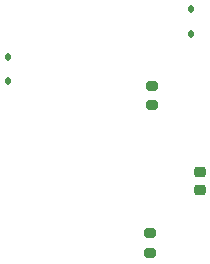
<source format=gbp>
G04 #@! TF.GenerationSoftware,KiCad,Pcbnew,7.0.10-7.0.10~ubuntu22.04.1*
G04 #@! TF.CreationDate,2024-02-06T20:51:40-05:00*
G04 #@! TF.ProjectId,PCB,5043422e-6b69-4636-9164-5f7063625858,rev?*
G04 #@! TF.SameCoordinates,Original*
G04 #@! TF.FileFunction,Paste,Bot*
G04 #@! TF.FilePolarity,Positive*
%FSLAX46Y46*%
G04 Gerber Fmt 4.6, Leading zero omitted, Abs format (unit mm)*
G04 Created by KiCad (PCBNEW 7.0.10-7.0.10~ubuntu22.04.1) date 2024-02-06 20:51:40*
%MOMM*%
%LPD*%
G01*
G04 APERTURE LIST*
G04 Aperture macros list*
%AMRoundRect*
0 Rectangle with rounded corners*
0 $1 Rounding radius*
0 $2 $3 $4 $5 $6 $7 $8 $9 X,Y pos of 4 corners*
0 Add a 4 corners polygon primitive as box body*
4,1,4,$2,$3,$4,$5,$6,$7,$8,$9,$2,$3,0*
0 Add four circle primitives for the rounded corners*
1,1,$1+$1,$2,$3*
1,1,$1+$1,$4,$5*
1,1,$1+$1,$6,$7*
1,1,$1+$1,$8,$9*
0 Add four rect primitives between the rounded corners*
20,1,$1+$1,$2,$3,$4,$5,0*
20,1,$1+$1,$4,$5,$6,$7,0*
20,1,$1+$1,$6,$7,$8,$9,0*
20,1,$1+$1,$8,$9,$2,$3,0*%
G04 Aperture macros list end*
%ADD10RoundRect,0.200000X-0.275000X0.200000X-0.275000X-0.200000X0.275000X-0.200000X0.275000X0.200000X0*%
%ADD11RoundRect,0.112500X0.112500X-0.187500X0.112500X0.187500X-0.112500X0.187500X-0.112500X-0.187500X0*%
%ADD12RoundRect,0.200000X0.275000X-0.200000X0.275000X0.200000X-0.275000X0.200000X-0.275000X-0.200000X0*%
%ADD13RoundRect,0.225000X-0.250000X0.225000X-0.250000X-0.225000X0.250000X-0.225000X0.250000X0.225000X0*%
G04 APERTURE END LIST*
D10*
X120587370Y-60675000D03*
X120587370Y-62325000D03*
D11*
X124000000Y-43800000D03*
X124000000Y-41700000D03*
X108500000Y-47800000D03*
X108500000Y-45700000D03*
D12*
X120750000Y-49825000D03*
X120750000Y-48175000D03*
D13*
X124750000Y-55450000D03*
X124750000Y-57000000D03*
M02*

</source>
